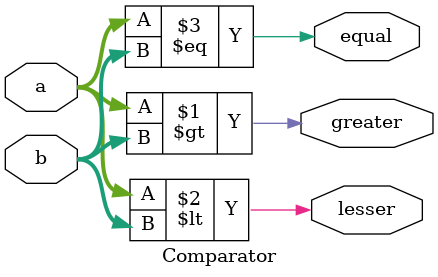
<source format=v>
`timescale 1ns / 1ps

module Comparator(
    input [3:0]a,b,
    output equal,greater,lesser
    );

    assign greater = a>b ;
    assign lesser = a<b ;
    assign equal= (a==b);
endmodule

</source>
